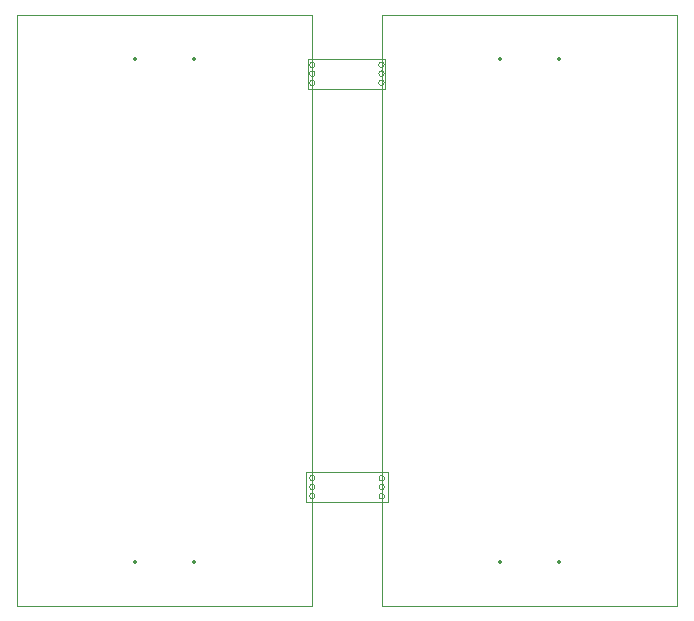
<source format=gm1>
%TF.GenerationSoftware,KiCad,Pcbnew,9.0.0*%
%TF.CreationDate,2025-03-11T18:23:02+02:00*%
%TF.ProjectId,LGS5145 Voltage Regulator,4c475335-3134-4352-9056-6f6c74616765,rev?*%
%TF.SameCoordinates,Original*%
%TF.FileFunction,Profile,NP*%
%FSLAX46Y46*%
G04 Gerber Fmt 4.6, Leading zero omitted, Abs format (unit mm)*
G04 Created by KiCad (PCBNEW 9.0.0) date 2025-03-11 18:23:02*
%MOMM*%
%LPD*%
G01*
G04 APERTURE LIST*
%TA.AperFunction,Profile*%
%ADD10C,0.050000*%
%TD*%
%ADD11C,0.350000*%
G04 APERTURE END LIST*
D10*
X224846700Y-50075000D02*
G75*
G02*
X224375000Y-50075000I-235850J0D01*
G01*
X224375000Y-50075000D02*
G75*
G02*
X224846700Y-50075000I235850J0D01*
G01*
X224846700Y-49300000D02*
G75*
G02*
X224375000Y-49300000I-235850J0D01*
G01*
X224375000Y-49300000D02*
G75*
G02*
X224846700Y-49300000I235850J0D01*
G01*
X224846700Y-48550000D02*
G75*
G02*
X224375000Y-48550000I-235850J0D01*
G01*
X224375000Y-48550000D02*
G75*
G02*
X224846700Y-48550000I235850J0D01*
G01*
X230710850Y-49285850D02*
G75*
G02*
X230239150Y-49285850I-235850J0D01*
G01*
X230239150Y-49285850D02*
G75*
G02*
X230710850Y-49285850I235850J0D01*
G01*
X230710850Y-48535850D02*
G75*
G02*
X230239150Y-48535850I-235850J0D01*
G01*
X230239150Y-48535850D02*
G75*
G02*
X230710850Y-48535850I235850J0D01*
G01*
X230710850Y-50060850D02*
G75*
G02*
X230239150Y-50060850I-235850J0D01*
G01*
X230239150Y-50060850D02*
G75*
G02*
X230710850Y-50060850I235850J0D01*
G01*
X224846700Y-84275000D02*
G75*
G02*
X224375000Y-84275000I-235850J0D01*
G01*
X224375000Y-84275000D02*
G75*
G02*
X224846700Y-84275000I235850J0D01*
G01*
X224846700Y-83525000D02*
G75*
G02*
X224375000Y-83525000I-235850J0D01*
G01*
X224375000Y-83525000D02*
G75*
G02*
X224846700Y-83525000I235850J0D01*
G01*
X224846700Y-85050000D02*
G75*
G02*
X224375000Y-85050000I-235850J0D01*
G01*
X224375000Y-85050000D02*
G75*
G02*
X224846700Y-85050000I235850J0D01*
G01*
X230735850Y-85064150D02*
G75*
G02*
X230264150Y-85064150I-235850J0D01*
G01*
X230264150Y-85064150D02*
G75*
G02*
X230735850Y-85064150I235850J0D01*
G01*
X230735850Y-84289150D02*
G75*
G02*
X230264150Y-84289150I-235850J0D01*
G01*
X230264150Y-84289150D02*
G75*
G02*
X230735850Y-84289150I235850J0D01*
G01*
X230735850Y-83539150D02*
G75*
G02*
X230264150Y-83539150I-235850J0D01*
G01*
X230264150Y-83539150D02*
G75*
G02*
X230735850Y-83539150I235850J0D01*
G01*
X224075000Y-83050000D02*
X231025000Y-83050000D01*
X231025000Y-85550000D01*
X224075000Y-85550000D01*
X224075000Y-83050000D01*
X224250000Y-48050000D02*
X230750000Y-48050000D01*
X230750000Y-50550000D01*
X224250000Y-50550000D01*
X224250000Y-48050000D01*
X230500000Y-44350000D02*
X255500000Y-44350000D01*
X255500000Y-94350000D01*
X230500000Y-94350000D01*
X230500000Y-44350000D01*
X199600000Y-44350000D02*
X224600000Y-44350000D01*
X224600000Y-94350000D01*
X199600000Y-94350000D01*
X199600000Y-44350000D01*
D11*
X245500000Y-48050000D03*
X240500000Y-48050000D03*
X240500000Y-90600000D03*
X245500000Y-90600000D03*
X214600000Y-48050000D03*
X209600000Y-48050000D03*
X209600000Y-90600000D03*
X214600000Y-90600000D03*
M02*

</source>
